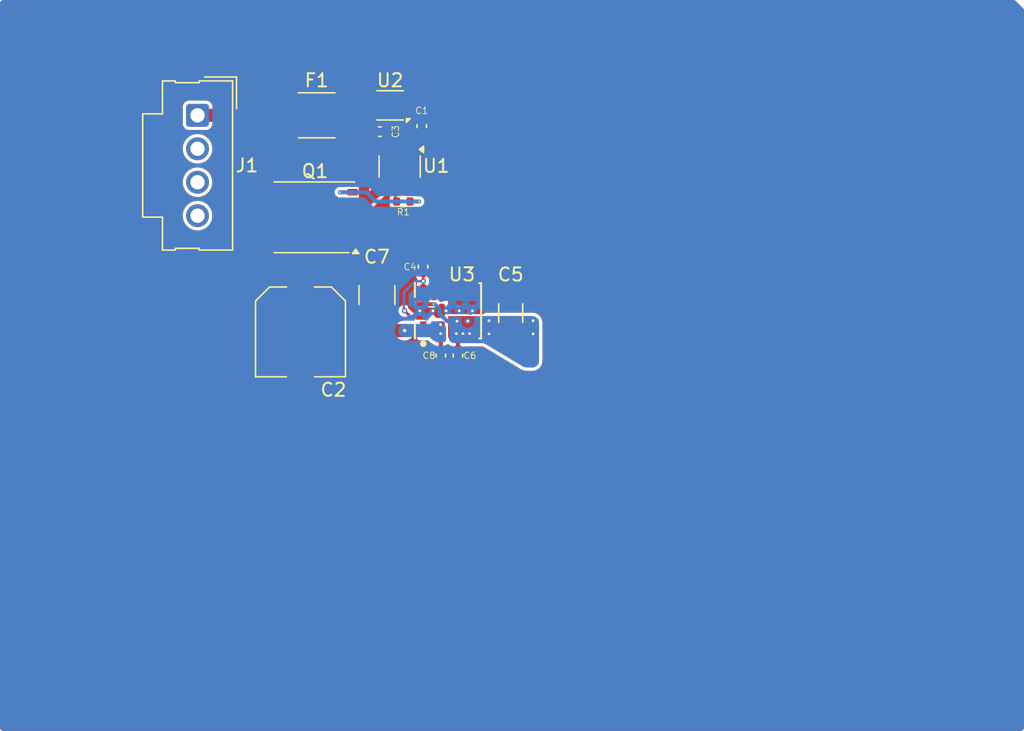
<source format=kicad_pcb>
(kicad_pcb (version 20241229) (generator "pcbnew") (generator_version "9.0")
  (layers (0 "F.Cu" signal) (2 "B.Cu" signal) (13 "F.Paste" user) (15 "B.Paste" user) (5 "F.SilkS" user "F.Silkscreen") (7 "B.SilkS" user "B.Silkscreen") (1 "F.Mask" user) (3 "B.Mask" user) (25 "Edge.Cuts" user))
  (net 0 "")
  (net 1 "+BATT")
  (net 2 "/SCS")
  (net 3 "/H Line")
  (net 4 "/K Line")
  (net 5 "+BATT_FUSED")
  (net 6 "Net-(Q1-G)")
  (net 7 "+12V")
  (net 9 "GND")
  (net 10 "unconnected-(U1-N.C-Pad8)")
  (net 11 "Net-(U1-VCAP)")
  (net 13 "Net-(U1-GATE)")
  (net 14 "Net-(U3-MODE{slash}SYNC)")
  (net 15 "+5V")
  (footprint "Capacitor_SMD:C_0402_1005Metric" (layer "F.Cu") (at 46.1 34.25 90)
    (property "Reference" "C4" (at -0.0075 -0.98 180) (layer "F.SilkS") (effects (font (size 0.5 0.5) (thickness 0.0625))))
    (property "Value" "1uF" (hide yes))
    (fp_line (start -0.107836 -0.36) (end 0.107836 -0.36) (stroke (width 0.12)) (layer "F.SilkS"))
    (fp_line (start -0.107836 0.36) (end 0.107836 0.36) (stroke (width 0.12)) (layer "F.SilkS"))
    (pad "1" smd roundrect (at -0.48 0 90) (size 0.56 0.62) (layers "F.Cu" "F.Mask" "F.Paste") (net 14 "Net-(U3-MODE{slash}SYNC)"))
    (pad "2" smd roundrect (at 0.48 0 90) (size 0.56 0.62) (layers "F.Cu" "F.Mask" "F.Paste") (net 9 "GND"))
  )
  (footprint "TIParts:RDN0011A-MFG" (layer "F.Cu") (at 48.079999 37.6 90)
    (property "Reference" "U3" (at 2.76 0.970001 0) (layer "F.SilkS"))
    (property "Value" "TPSM33620S5QRDNRQ1" (hide yes))
    (fp_line (start 1.05 -2.6) (end 2.100001 -2.6) (stroke (width 0.15)) (layer "F.SilkS"))
    (fp_line (start -2.100001 -2.6) (end -1.05 -2.6) (stroke (width 0.15)) (layer "F.SilkS"))
    (fp_line (start 2.100001 -2.574501) (end 2.100001 -2.6) (stroke (width 0.15)) (layer "F.SilkS"))
    (fp_line (start -2.100001 -2.574501) (end -2.100001 -2.6) (stroke (width 0.15)) (layer "F.SilkS"))
    (fp_line (start 2.100001 2.424999) (end 2.100001 2.274999) (stroke (width 0.15)) (layer "F.SilkS"))
    (fp_line (start -2.100001 2.424999) (end -2.100001 2.274999) (stroke (width 0.15)) (layer "F.SilkS"))
    (fp_line (start -2.100001 2.424999) (end 2.100001 2.424999) (stroke (width 0.15)) (layer "F.SilkS"))
    (fp_circle (center -2.5 -1.962) (end -2.374999 -1.962) (stroke (width 0.25)) (fill no) (layer "F.SilkS"))
    (pad "1" smd rect (at -1.4 -1.962 90) (size 1.2 0.475) (layers "F.Cu"))
    (pad "2" smd rect (at -1.4 -1.15 90) (size 1.2 0.349999) (layers "F.Cu") (net 7 "+12V"))
    (pad "3" thru_hole circle (at -1.729999 -0.650001 90) (size 0.349999 0.349999) (drill 0.2032) (layers "*.Cu" "*.Mask") (net 7 "+12V"))
    (pad "3" smd rect (at -1.4 -0.650001 90) (size 1.2 0.349999) (layers "F.Cu") (net 7 "+12V"))
    (pad "3" thru_hole circle (at -1.05 -0.650001 90) (size 0.349999 0.349999) (drill 0.2032) (layers "*.Cu" "*.Mask") (net 7 "+12V"))
    (pad "4" thru_hole circle (at -1.729999 0.549999 90) (size 0.499999 0.499999) (drill 0.2032) (layers "*.Cu" "*.Mask") (net 15 "+5V"))
    (pad "4" thru_hole circle (at -1.729999 1.05 90) (size 0.499999 0.499999) (drill 0.2032) (layers "*.Cu" "*.Mask") (net 15 "+5V"))
    (pad "4" thru_hole circle (at -1.729999 1.549999 90) (size 0.499999 0.499999) (drill 0.2032) (layers "*.Cu" "*.Mask") (net 15 "+5V"))
    (pad "4" smd rect (at -1.2 1.000001 90) (size 1.599999 2.150001) (layers "F.Cu") (net 15 "+5V"))
    (pad "4" thru_hole circle (at -0.780001 0.589999 90) (size 0.499999 0.499999) (drill 0.2032) (layers "*.Cu" "*.Mask") (net 15 "+5V"))
    (pad "5" smd rect (at 1.2 1.000001 90) (size 1.599999 2.150001) (layers "F.Cu"))
    (pad "6" smd rect (at 1.4 -0.650001 90) (size 1.2 0.349999) (layers "F.Cu"))
    (pad "7" smd rect (at 1.4 -1.15 90) (size 1.2 0.349999) (layers "F.Cu"))
    (pad "8" smd rect (at 1.4 -1.962 90) (size 1.2 0.475) (layers "F.Cu") (net 14 "Net-(U3-MODE{slash}SYNC)"))
    (pad "9" smd rect (at 0.499999 -2.049998 90) (size 0.349999 0.900001) (layers "F.Cu") (net 15 "+5V"))
    (pad "10" thru_hole circle (at 0 -2.230001 90) (size 0.399999 0.399999) (drill 0.2032) (layers "*.Cu" "*.Mask") (net 9 "GND"))
    (pad "10" smd roundrect (at 0 -1.675 90) (size 0.35 1.68) (layers "F.Cu") (net 9 "GND"))
    (pad "10" thru_hole circle (at 0 -1.23 90) (size 0.399999 0.399999) (drill 0.2032) (layers "*.Cu" "*.Mask") (net 9 "GND"))
    (pad "10" thru_hole circle (at 0 -0.23 90) (size 0.499999 0.499999) (drill 0.2032) (layers "*.Cu" "*.Mask") (net 9 "GND"))
    (pad "10" thru_hole circle (at 0 0.770001 90) (size 0.499999 0.499999) (drill 0.2032) (layers "*.Cu" "*.Mask") (net 9 "GND"))
    (pad "10" thru_hole circle (at 0 1.769999 90) (size 0.499999 0.499999) (drill 0.2032) (layers "*.Cu" "*.Mask") (net 9 "GND"))
    (pad "11" smd rect (at -0.499999 -2.049998 90) (size 0.349999 0.900001) (layers "F.Cu") (net 14 "Net-(U3-MODE{slash}SYNC)"))
    (pad "14" thru_hole circle (at -0.780001 1.41 90) (size 0.499999 0.499999) (drill 0.2032) (layers "*.Cu" "*.Mask"))
  )
  (footprint "Capacitor_SMD:C_1210_3225Metric" (layer "F.Cu") (at 42.6 36.4 -90)
    (property "Reference" "C7" (at -2.9 0 180) (layer "F.SilkS"))
    (property "Value" "22uF" (hide yes))
    (fp_line (start -0.711252 1.36) (end 0.711252 1.36) (stroke (width 0.12)) (layer "F.SilkS"))
    (fp_line (start -0.711252 -1.36) (end 0.711252 -1.36) (stroke (width 0.12)) (layer "F.SilkS"))
    (pad "1" smd roundrect (at -1.475 0 270) (size 1.15 2.7) (layers "F.Cu" "F.Mask" "F.Paste") (roundrect_rratio 0.217391) (net 9 "GND"))
    (pad "2" smd roundrect (at 1.475 0 270) (size 1.15 2.7) (layers "F.Cu" "F.Mask" "F.Paste") (roundrect_rratio 0.217391) (net 7 "+12V"))
  )
  (footprint "" (layer "F.Cu") (at 54.45 39.35)
    (property "Reference" "" (at 0 0 0) (layer "F.SilkS") (effects (font (size 1.27 1.27))))
    (property "Value" "")
    (pad "4" thru_hole circle (at 0 0 90) (size 0.499999 0.499999) (drill 0.2032) (layers "*.Cu" "*.Mask") (net 15 "+5V"))
  )
  (footprint "Fuse:Fuse_1812_4532Metric" (layer "F.Cu") (at 38.0265 22.756)
    (property "Reference" "F1" (at 0 -2.65 0) (layer "F.SilkS"))
    (property "Value" "1A")
    (fp_line (start -1.386252 -1.71) (end 1.386252 -1.71) (stroke (width 0.12)) (layer "F.SilkS"))
    (fp_line (start -1.386252 1.71) (end 1.386252 1.71) (stroke (width 0.12)) (layer "F.SilkS"))
    (pad "1" smd roundrect (at -2.1375 0) (size 1.125 3.4) (layers "F.Cu" "F.Mask" "F.Paste") (roundrect_rratio 0.222222) (net 1 "+BATT"))
    (pad "2" smd roundrect (at 2.1375 0) (size 1.125 3.4) (layers "F.Cu" "F.Mask" "F.Paste") (roundrect_rratio 0.222222) (net 5 "+BATT_FUSED"))
  )
  (footprint "Capacitor_SMD:C_Elec_6.3x5.8" (layer "F.Cu") (at 36.8 39.2 -90)
    (property "Reference" "C2" (at 4.4 -2.5 180) (layer "F.SilkS"))
    (property "Value" "220uF" (hide yes))
    (fp_line (start -2.345563 3.41) (end 3.41 3.41) (stroke (width 0.12)) (layer "F.SilkS"))
    (fp_line (start 3.41 3.41) (end 3.41 1.06) (stroke (width 0.12)) (layer "F.SilkS"))
    (fp_line (start -3.41 2.345563) (end -2.345563 3.41) (stroke (width 0.12)) (layer "F.SilkS"))
    (fp_line (start -3.41 2.345563) (end -3.41 1.06) (stroke (width 0.12)) (layer "F.SilkS"))
    (fp_line (start -3.41 -2.345563) (end -3.41 -1.06) (stroke (width 0.12)) (layer "F.SilkS"))
    (fp_line (start -3.41 -2.345563) (end -2.345563 -3.41) (stroke (width 0.12)) (layer "F.SilkS"))
    (fp_line (start -2.345563 -3.41) (end 3.41 -3.41) (stroke (width 0.12)) (layer "F.SilkS"))
    (fp_line (start 3.41 -3.41) (end 3.41 -1.06) (stroke (width 0.12)) (layer "F.SilkS"))
    (pad "1" smd roundrect (at -2.5375 0 270) (size 3.325 1.6) (layers "F.Cu" "F.Mask" "F.Paste") (roundrect_rratio 0.15625) (net 7 "+12V"))
    (pad "2" smd roundrect (at 2.5375 0 270) (size 3.325 1.6) (layers "F.Cu" "F.Mask" "F.Paste") (roundrect_rratio 0.15625) (net 9 "GND"))
  )
  (footprint "Resistor_SMD:R_0402_1005Metric" (layer "F.Cu") (at 44.6 29.3 180)
    (property "Reference" "R1" (at 0 -0.8 0) (layer "F.SilkS") (effects (font (size 0.5 0.5) (thickness 0.0625))))
    (property "Value" "22r" (hide yes))
    (fp_line (start -0.153641 0.38) (end 0.153641 0.38) (stroke (width 0.12)) (layer "F.SilkS"))
    (fp_line (start -0.153641 -0.38) (end 0.153641 -0.38) (stroke (width 0.12)) (layer "F.SilkS"))
    (pad "1" smd roundrect (at -0.51 0 180) (size 0.54 0.64) (layers "F.Cu" "F.Mask" "F.Paste") (net 6 "Net-(Q1-G)"))
    (pad "2" smd roundrect (at 0.51 0 180) (size 0.54 0.64) (layers "F.Cu" "F.Mask" "F.Paste") (net 13 "Net-(U1-GATE)"))
  )
  (footprint "Capacitor_SMD:C_0402_1005Metric" (layer "F.Cu") (at 47.45 41 90)
    (property "Reference" "C8" (at 0 -0.9 180) (layer "F.SilkS") (effects (font (size 0.5 0.5) (thickness 0.0625))))
    (property "Value" "100nF" (hide yes))
    (fp_line (start -0.107836 -0.36) (end 0.107836 -0.36) (stroke (width 0.12)) (layer "F.SilkS"))
    (fp_line (start -0.107836 0.36) (end 0.107836 0.36) (stroke (width 0.12)) (layer "F.SilkS"))
    (pad "1" smd roundrect (at -0.48 0 90) (size 0.56 0.62) (layers "F.Cu" "F.Mask" "F.Paste") (net 9 "GND"))
    (pad "2" smd roundrect (at 0.48 0 90) (size 0.56 0.62) (layers "F.Cu" "F.Mask" "F.Paste") (net 7 "+12V"))
  )
  (footprint "" (layer "F.Cu") (at 51.1 39.35)
    (property "Reference" "" (at 0 0 0) (layer "F.SilkS") (effects (font (size 1.27 1.27))))
    (property "Value" "")
    (pad "4" thru_hole circle (at 0 0 90) (size 0.499999 0.499999) (drill 0.2032) (layers "*.Cu" "*.Mask") (net 15 "+5V"))
  )
  (footprint "" (layer "F.Cu") (at 54.45 38.35)
    (property "Reference" "" (at 0 0 0) (layer "F.SilkS") (effects (font (size 1.27 1.27))))
    (property "Value" "")
    (pad "4" thru_hole circle (at 0 0 90) (size 0.499999 0.499999) (drill 0.2032) (layers "*.Cu" "*.Mask") (net 15 "+5V"))
  )
  (footprint "Package_TO_SOT_SMD:TDSON-8-1" (layer "F.Cu") (at 37.8525 30.5 180)
    (property "Reference" "Q1" (at -0.0475 3.5 180) (layer "F.SilkS"))
    (property "Value" "CSD18540Q5B" (hide yes))
    (fp_line (start 3.06 2.685) (end -3.06 2.685) (stroke (width 0.12)) (layer "F.SilkS"))
    (fp_line (start 3.06 -2.685) (end -2.62 -2.685) (stroke (width 0.12)) (layer "F.SilkS"))
    (fp_poly (pts (xy -3.131622 -2.42027) (xy -3.371622 -2.75027) (xy -2.891622 -2.75027) (xy -3.131622 -2.42027)) (stroke (width 0.12)) (fill yes) (layer "F.SilkS"))
    (pad "1" smd roundrect (at -2.9 -1.905 180) (size 0.85 0.5) (layers "F.Cu" "F.Mask" "F.Paste") (net 5 "+BATT_FUSED"))
    (pad "2" smd roundrect (at -2.9 -0.635 180) (size 0.85 0.5) (layers "F.Cu" "F.Mask" "F.Paste") (net 5 "+BATT_FUSED"))
    (pad "3" smd roundrect (at -2.9 0.635 180) (size 0.85 0.5) (layers "F.Cu" "F.Mask" "F.Paste") (net 5 "+BATT_FUSED"))
    (pad "4" smd roundrect (at -2.9 1.905 180) (size 0.85 0.5) (layers "F.Cu" "F.Mask" "F.Paste") (net 6 "Net-(Q1-G)"))
    (pad "5" smd rect (at 1.05 0 180) (size 4.55 4.41) (layers "F.Cu") (net 7 "+12V"))
  )
  (footprint "Capacitor_SMD:C_1206_3216Metric" (layer "F.Cu") (at 52.75 37.775 -90)
    (property "Reference" "C5" (at -2.925 0 180) (layer "F.SilkS"))
    (property "Value" "47uF" (hide yes))
    (fp_line (start -0.711252 0.91) (end 0.711252 0.91) (stroke (width 0.12)) (layer "F.SilkS"))
    (fp_line (start -0.711252 -0.91) (end 0.711252 -0.91) (stroke (width 0.12)) (layer "F.SilkS"))
    (pad "1" smd roundrect (at -1.475 0 270) (size 1.15 1.8) (layers "F.Cu" "F.Mask" "F.Paste") (roundrect_rratio 0.217391) (net 9 "GND"))
    (pad "2" smd roundrect (at 1.475 0 270) (size 1.15 1.8) (layers "F.Cu" "F.Mask" "F.Paste") (roundrect_rratio 0.217391) (net 15 "+5V"))
  )
  (footprint "Capacitor_SMD:C_0402_1005Metric" (layer "F.Cu") (at 42.82 24)
    (property "Reference" "C3" (at 1.2 0 90) (layer "F.SilkS") (effects (font (size 0.5 0.5) (thickness 0.0625))))
    (property "Value" "220nF" (hide yes))
    (fp_line (start -0.107836 -0.36) (end 0.107836 -0.36) (stroke (width 0.12)) (layer "F.SilkS"))
    (fp_line (start -0.107836 0.36) (end 0.107836 0.36) (stroke (width 0.12)) (layer "F.SilkS"))
    (pad "1" smd roundrect (at -0.48 0) (size 0.56 0.62) (layers "F.Cu" "F.Mask" "F.Paste") (net 5 "+BATT_FUSED"))
    (pad "2" smd roundrect (at 0.48 0) (size 0.56 0.62) (layers "F.Cu" "F.Mask" "F.Paste") (net 11 "Net-(U1-VCAP)"))
  )
  (footprint "Package_TO_SOT_SMD:SOT-23-8" (layer "F.Cu") (at 44.325 26.6425 -90)
    (property "Reference" "U1" (at -0.0425 -2.775 180) (layer "F.SilkS"))
    (property "Value" "LM74500-Q1" (hide yes))
    (fp_line (start 0 1.56) (end -0.8 1.56) (stroke (width 0.12)) (layer "F.SilkS"))
    (fp_line (start 0 1.56) (end 0.8 1.56) (stroke (width 0.12)) (layer "F.SilkS"))
    (fp_line (start 0 -1.56) (end -0.8 -1.56) (stroke (width 0.12)) (layer "F.SilkS"))
    (fp_line (start 0 -1.56) (end 0.8 -1.56) (stroke (width 0.12)) (layer "F.SilkS"))
    (fp_poly (pts (xy -1.3 -1.485) (xy -1.54 -1.815) (xy -1.06 -1.815) (xy -1.3 -1.485)) (stroke (width 0.12)) (fill yes) (layer "F.SilkS"))
    (pad "1" smd roundrect (at -1.1375 -0.975 270) (size 1.325 0.5) (layers "F.Cu" "F.Mask" "F.Paste") (net 5 "+BATT_FUSED"))
    (pad "2" smd roundrect (at -1.1375 -0.325 270) (size 1.325 0.5) (layers "F.Cu" "F.Mask" "F.Paste") (net 9 "GND"))
    (pad "3" smd roundrect (at -1.1375 0.325 270) (size 1.325 0.5) (layers "F.Cu" "F.Mask" "F.Paste"))
    (pad "4" smd roundrect (at -1.1375 0.975 270) (size 1.325 0.5) (layers "F.Cu" "F.Mask" "F.Paste") (net 11 "Net-(U1-VCAP)"))
    (pad "5" smd roundrect (at 1.1375 0.975 270) (size 1.325 0.5) (layers "F.Cu" "F.Mask" "F.Paste") (net 5 "+BATT_FUSED"))
    (pad "6" smd roundrect (at 1.1375 0.325 270) (size 1.325 0.5) (layers "F.Cu" "F.Mask" "F.Paste") (net 13 "Net-(U1-GATE)"))
    (pad "7" smd roundrect (at 1.1375 -0.325 270) (size 1.325 0.5) (layers "F.Cu" "F.Mask" "F.Paste"))
    (pad "8" smd roundrect (at 1.1375 -0.975 270) (size 1.325 0.5) (layers "F.Cu" "F.Mask" "F.Paste") (net 10 "unconnected-(U1-N.C-Pad8)"))
  )
  (footprint "Capacitor_SMD:C_0402_1005Metric" (layer "F.Cu") (at 48.75 41 90)
    (property "Reference" "C6" (at 0 0.9 180) (layer "F.SilkS") (effects (font (size 0.5 0.5) (thickness 0.0625))))
    (property "Value" "100nF" (hide yes))
    (fp_line (start -0.107836 -0.36) (end 0.107836 -0.36) (stroke (width 0.12)) (layer "F.SilkS"))
    (fp_line (start -0.107836 0.36) (end 0.107836 0.36) (stroke (width 0.12)) (layer "F.SilkS"))
    (pad "1" smd roundrect (at -0.48 0 90) (size 0.56 0.62) (layers "F.Cu" "F.Mask" "F.Paste") (net 9 "GND"))
    (pad "2" smd roundrect (at 0.48 0 90) (size 0.56 0.62) (layers "F.Cu" "F.Mask" "F.Paste") (net 15 "+5V"))
  )
  (footprint "Capacitor_SMD:C_0402_1005Metric" (layer "F.Cu") (at 46 23.58 90)
    (property "Reference" "C1" (at 1.18 0 180) (layer "F.SilkS") (effects (font (size 0.5 0.5) (thickness 0.0625))))
    (property "Value" "100nF" (hide yes))
    (fp_line (start -0.107836 -0.36) (end 0.107836 -0.36) (stroke (width 0.12)) (layer "F.SilkS"))
    (fp_line (start -0.107836 0.36) (end 0.107836 0.36) (stroke (width 0.12)) (layer "F.SilkS"))
    (pad "1" smd roundrect (at -0.48 0 90) (size 0.56 0.62) (layers "F.Cu" "F.Mask" "F.Paste") (net 5 "+BATT_FUSED"))
    (pad "2" smd roundrect (at 0.48 0 90) (size 0.56 0.62) (layers "F.Cu" "F.Mask" "F.Paste") (net 9 "GND"))
  )
  (footprint "" (layer "F.Cu") (at 51.1 38.35)
    (property "Reference" "" (at 0 0 0) (layer "F.SilkS") (effects (font (size 1.27 1.27))))
    (property "Value" "")
    (pad "4" thru_hole circle (at 0 0 90) (size 0.499999 0.499999) (drill 0.2032) (layers "*.Cu" "*.Mask") (net 15 "+5V"))
  )
  (footprint "Connector_Molex:Molex_SL_171971-0004_1x04_P2.54mm_Vertical" (layer "F.Cu") (at 28.988 22.756 -90)
    (property "Reference" "J1" (at 3.81 -3.75 180) (layer "F.SilkS"))
    (property "Value" "OBD2")
    (fp_line (start -0.11 4.16) (end 7.73 4.16) (stroke (width 0.12)) (layer "F.SilkS"))
    (fp_line (start 7.73 4.16) (end 7.73 2.66) (stroke (width 0.12)) (layer "F.SilkS"))
    (fp_line (start -2.61 2.66) (end -0.11 2.66) (stroke (width 0.12)) (layer "F.SilkS"))
    (fp_line (start -0.11 2.66) (end -0.11 4.16) (stroke (width 0.12)) (layer "F.SilkS"))
    (fp_line (start 7.73 2.66) (end 10.23 2.66) (stroke (width 0.12)) (layer "F.SilkS"))
    (fp_line (start 10.23 2.66) (end 10.23 1.68) (stroke (width 0.12)) (layer "F.SilkS"))
    (fp_line (start -2.61 1.68) (end -2.61 2.66) (stroke (width 0.12)) (layer "F.SilkS"))
    (fp_line (start -2.48 1.68) (end -2.61 1.68) (stroke (width 0.12)) (layer "F.SilkS"))
    (fp_line (start 10.1 1.68) (end 10.1 -0.13) (stroke (width 0.12)) (layer "F.SilkS"))
    (fp_line (start 10.23 1.68) (end 10.1 1.68) (stroke (width 0.12)) (layer "F.SilkS"))
    (fp_line (start -2.61 -0.13) (end -2.48 -0.13) (stroke (width 0.12)) (layer "F.SilkS"))
    (fp_line (start -2.48 -0.13) (end -2.48 1.68) (stroke (width 0.12)) (layer "F.SilkS"))
    (fp_line (start 10.1 -0.13) (end 10.23 -0.13) (stroke (width 0.12)) (layer "F.SilkS"))
    (fp_line (start 10.23 -0.13) (end 10.23 -2.66) (stroke (width 0.12)) (layer "F.SilkS"))
    (fp_line (start -2.91 -0.55) (end -2.91 -2.96) (stroke (width 0.12)) (layer "F.SilkS"))
    (fp_line (start -2.61 -2.66) (end -2.61 -0.13) (stroke (width 0.12)) (layer "F.SilkS"))
    (fp_line (start 10.23 -2.66) (end -2.61 -2.66) (stroke (width 0.12)) (layer "F.SilkS"))
    (fp_line (start -2.91 -2.96) (end -0.5 -2.96) (stroke (width 0.12)) (layer "F.SilkS"))
    (pad "1" thru_hole roundrect (at 0 0 270) (size 1.74 1.74) (drill 1.09) (layers "*.Cu" "*.Mask") (roundrect_rratio 0.143678) (net 1 "+BATT"))
    (pad "2" thru_hole circle (at 2.54 0 270) (size 1.74 1.74) (drill 1.09) (layers "*.Cu" "*.Mask") (net 4 "/K Line"))
    (pad "3" thru_hole circle (at 5.08 0 270) (size 1.74 1.74) (drill 1.09) (layers "*.Cu" "*.Mask") (net 3 "/H Line"))
    (pad "4" thru_hole circle (at 7.62 0 270) (size 1.74 1.74) (drill 1.09) (layers "*.Cu" "*.Mask") (net 2 "/SCS"))
  )
  (footprint "Package_SON:WSON-6-1EP_2x2mm_P0.65mm_EP1x1.6mm" (layer "F.Cu") (at 43.6 22 180)
    (property "Reference" "U2" (at 0 1.9 0) (layer "F.SilkS"))
    (property "Value" "TVS2700DRV" (hide yes))
    (fp_line (start -1 1.11) (end 1 1.11) (stroke (width 0.12)) (layer "F.SilkS"))
    (fp_line (start -1 -1.11) (end 1 -1.11) (stroke (width 0.12)) (layer "F.SilkS"))
    (fp_poly (pts (xy -1.24 -1.01) (xy -1.52 -1.01) (xy -1.24 -1.29) (xy -1.24 -1.01)) (stroke (width 0.12)) (fill yes) (layer "F.SilkS"))
    (pad "1" smd roundrect (at -0.8875 -0.65 180) (size 0.375 0.4) (layers "F.Cu" "F.Mask" "F.Paste") (net 9 "GND"))
    (pad "2" smd roundrect (at -0.8875 0 180) (size 0.375 0.4) (layers "F.Cu" "F.Mask" "F.Paste") (net 9 "GND"))
    (pad "3" smd roundrect (at -0.8875 0.65 180) (size 0.375 0.4) (layers "F.Cu" "F.Mask" "F.Paste") (net 9 "GND"))
    (pad "4" smd roundrect (at 0.8875 0.65 180) (size 0.375 0.4) (layers "F.Cu" "F.Mask" "F.Paste") (net 5 "+BATT_FUSED"))
    (pad "5" smd roundrect (at 0.8875 0 180) (size 0.375 0.4) (layers "F.Cu" "F.Mask" "F.Paste") (net 5 "+BATT_FUSED"))
    (pad "6" smd roundrect (at 0.8875 -0.65 180) (size 0.375 0.4) (layers "F.Cu" "F.Mask" "F.Paste") (net 5 "+BATT_FUSED"))
    (pad "7" smd rect (at 0 0 180) (size 1 1.6) (property pad_prop_heatsink) (layers "F.Cu" "F.Mask") (net 9 "GND"))
  )
  (segment (start 28.988 22.756) (end 35.889 22.756) (width 1) (layer "F.Cu") (net 1))
  (segment (start 45.3 26.33555) (end 45.01705 26.6185) (width 0.3) (layer "F.Cu") (net 5))
  (segment (start 45.01705 26.6185) (end 43.82237 26.6185) (width 0.3) (layer "F.Cu") (net 5))
  (segment (start 41.6285 29.5015) (end 41.265 29.865) (width 0.8) (layer "F.Cu") (net 5))
  (segment (start 40.7525 32.405) (end 40.7525 29.865) (width 0.8) (layer "F.Cu") (net 5))
  (segment (start 40.7525 29.865) (end 41.265 29.865) (width 0.8) (layer "F.Cu") (net 5))
  (segment (start 41.6 26.229682) (end 41.6285 26.258182) (width 0.2) (layer "F.Cu") (net 5))
  (segment (start 40.164 24.793682) (end 41.6285 26.258182) (width 0.8) (layer "F.Cu") (net 5))
  (segment (start 40.164 22.756) (end 40.164 24.793682) (width 0.8) (layer "F.Cu") (net 5))
  (segment (start 42.093 22.007) (end 42.1 22) (width 0.8) (layer "F.Cu") (net 5))
  (segment (start 42.1 22) (end 42.649 22.549) (width 0.5) (layer "F.Cu") (net 5))
  (segment (start 45.3 25.505) (end 45.3 24.76) (width 0.3) (layer "F.Cu") (net 5))
  (segment (start 40.164 22.756) (end 40.913 22.007) (width 0.5) (layer "F.Cu") (net 5))
  (segment (start 42.34 24) (end 42.34 25.546682) (width 0.3) (layer "F.Cu") (net 5))
  (segment (start 40.913 22.007) (end 42.093 22.007) (width 0.8) (layer "F.Cu") (net 5))
  (segment (start 45.3 25.505) (end 45.3 26.33555) (width 0.3) (layer "F.Cu") (net 5))
  (segment (start 43.149 27.981) (end 43.149 27.78) (width 0.8) (layer "F.Cu") (net 5))
  (segment (start 42.649 22.549) (end 42.649 22.65) (width 0.5) (layer "F.Cu") (net 5))
  (segment (start 41.6285 26.258182) (end 41.6285 29.5015) (width 0.8) (layer "F.Cu") (net 5))
  (segment (start 41.6285 29.5015) (end 43.149 27.981) (width 0.8) (layer "F.Cu") (net 5))
  (segment (start 42.34 25.546682) (end 41.6285 26.258182) (width 0.3) (layer "F.Cu") (net 5))
  (segment (start 45.3 24.76) (end 46 24.06) (width 0.3) (layer "F.Cu") (net 5))
  (segment (start 42.1 22) (end 42.649 22) (width 0.5) (layer "F.Cu") (net 5))
  (segment (start 42.1 22) (end 42.649 21.451) (width 0.5) (layer "F.Cu") (net 5))
  (segment (start 42.649 21.451) (end 42.649 21.35) (width 0.5) (layer "F.Cu") (net 5))
  (segment (start 43.82237 26.6185) (end 43.35 27.09087) (width 0.3) (layer "F.Cu") (net 5))
  (segment (start 42.649 22) (end 42.6745 22.0255) (width 0.5) (layer "F.Cu") (net 5))
  (segment (start 43.35 27.09087) (end 43.35 27.78) (width 0.3) (layer "F.Cu") (net 5))
  (segment (start 39.805 28.595) (end 39.8 28.6) (width 0.2) (layer "F.Cu") (net 6))
  (segment (start 45.11 29.3) (end 45.8 29.3) (width 0.3) (layer "F.Cu") (net 6))
  (segment (start 40.7575 28.6) (end 40.7525 28.595) (width 0.2) (layer "F.Cu") (net 6))
  (segment (start 40.7525 28.595) (end 39.805 28.595) (width 0.3) (layer "F.Cu") (net 6))
  (via (at 45.8 29.3) (size 0.2) (drill 0.1) (layers "F.Cu" "B.Cu") (net 6))
  (via (at 39.8 28.6) (size 0.3) (drill 0.1) (layers "F.Cu" "B.Cu") (net 6))
  (segment (start 39.8 28.6) (end 41.8 28.6) (width 0.3) (layer "B.Cu") (net 6))
  (segment (start 41.8 28.6) (end 42.5 29.3) (width 0.3) (layer "B.Cu") (net 6))
  (segment (start 42.5 29.3) (end 45.8 29.3) (width 0.3) (layer "B.Cu") (net 6))
  (segment (start 36.8025 36.66) (end 36.8 36.6625) (width 1) (layer "F.Cu") (net 7))
  (segment (start 47.45 39.020002) (end 47.429998 39) (width 0.5) (layer "F.Cu") (net 7))
  (segment (start 44.7 39.1) (end 42.8 39.1) (width 1) (layer "F.Cu") (net 7))
  (segment (start 42.8 39.1) (end 42.6 38.9) (width 1) (layer "F.Cu") (net 7))
  (segment (start 39.2375 39.1) (end 42.8 39.1) (width 1) (layer "F.Cu") (net 7))
  (segment (start 42.6 38.9) (end 42.6 37.875) (width 1) (layer "F.Cu") (net 7))
  (segment (start 47.45 40.52) (end 47.45 39.020002) (width 0.3) (layer "F.Cu") (net 7))
  (segment (start 36.8025 30.5) (end 36.8025 36.66) (width 1) (layer "F.Cu") (net 7))
  (segment (start 36.8 36.6625) (end 39.2375 39.1) (width 1) (layer "F.Cu") (net 7))
  (via (at 44.7 39.1) (size 0.5) (drill 0.25) (layers "F.Cu" "B.Cu") (net 7))
  (segment (start 44.7 39.1) (end 47.2 39.1) (width 1) (layer "B.Cu") (net 7))
  (segment (start 45.849998 37.6) (end 49.849998 37.6) (width 0.5) (layer "F.Cu") (net 9))
  (segment (start 45.403001 37.6) (end 45.1 37.296999) (width 0.3) (layer "F.Cu") (net 9))
  (segment (start 50.6 37.6) (end 51 37.2) (width 0.5) (layer "F.Cu") (net 9))
  (segment (start 45.1 37.296999) (end 45.1 37.1) (width 0.3) (layer "F.Cu") (net 9))
  (segment (start 46.404999 37.6) (end 45.403001 37.6) (width 0.3) (layer "F.Cu") (net 9))
  (segment (start 49.849998 37.6) (end 50.6 37.6) (width 0.5) (layer "F.Cu") (net 9))
  (segment (start 45.225 27.825) (end 45.3 27.9) (width 0.3) (layer "F.Cu") (net 10))
  (segment (start 43.3 25.455) (end 43.35 25.505) (width 0.3) (layer "F.Cu") (net 11))
  (segment (start 43.3 24) (end 43.3 25.455) (width 0.3) (layer "F.Cu") (net 11))
  (segment (start 44 29.22) (end 44 27.78) (width 0.2) (layer "F.Cu") (net 13))
  (segment (start 46.030001 38.099999) (end 45.199999 38.099999) (width 0.2) (layer "F.Cu") (net 14))
  (segment (start 46.117999 36.2) (end 46.117999 35.35) (width 0.2) (layer "F.Cu") (net 14))
  (segment (start 45.199999 38.099999) (end 44.7 37.6) (width 0.2) (layer "F.Cu") (net 14))
  (segment (start 46.117999 34.865999) (end 46.1 34.848) (width 0.2) (layer "F.Cu") (net 14))
  (segment (start 46.117999 35.35) (end 46.117999 34.865999) (width 0.2) (layer "F.Cu") (net 14))
  (via (at 46.117999 35.35) (size 0.4) (drill 0.2) (layers "F.Cu" "B.Cu") (net 14))
  (via (at 44.7 37.6) (size 0.4) (drill 0.2) (layers "F.Cu" "B.Cu") (net 14))
  (segment (start 44.65 36.2) (end 45.5 35.35) (width 0.2) (layer "B.Cu") (net 14))
  (segment (start 44.65 37.55) (end 44.65 36.2) (width 0.2) (layer "B.Cu") (net 14))
  (segment (start 46.117999 35.35) (end 46.066482 35.298483) (width 0.2) (layer "B.Cu") (net 14))
  (segment (start 44.7 37.6) (end 44.65 37.55) (width 0.2) (layer "B.Cu") (net 14))
  (segment (start 46.117999 35.35) (end 45.5 35.35) (width 0.2) (layer "B.Cu") (net 14))
  (segment (start 46.030001 37.100001) (end 46.9 37.1) (width 0.3) (layer "F.Cu") (net 15))
  (segment (start 48.75 40.52) (end 48.75 39.8) (width 0.3) (layer "F.Cu") (net 15))
  (via (at 46.9 37.1) (size 0.2) (drill 0.1) (layers "F.Cu" "B.Cu") (net 15))
  (segment (start 47.349 37.807521) (end 47.92148 38.380001) (width 0.3) (layer "B.Cu") (net 15))
  (segment (start 48.463998 38.174001) (end 48.669998 38.380001) (width 0.2) (layer "B.Cu") (net 15))
  (segment (start 47 37.1) (end 47.349 37.449) (width 0.3) (layer "B.Cu") (net 15))
  (segment (start 47.92148 38.380001) (end 48.669998 38.380001) (width 0.3) (layer "B.Cu") (net 15))
  (segment (start 47.349 37.449) (end 47.349 37.807521) (width 0.3) (layer "B.Cu") (net 15))
  (segment (start 46.9 37.1) (end 47 37.1) (width 0.3) (layer "B.Cu") (net 15))
  (zone (net 15) (net_name "+5V") (layers "F.Cu" "B.Cu") (name "5V") (priority 5) (connect_pads yes (clearance 0.25)) (min_thickness 0.1) (fill yes (thermal_gap 0.25) (thermal_bridge_width 0.4) (smoothing fillet) (radius 0.5))
    (polygon (pts (xy 48 38) (xy 53.35 38) (xy 54.9 38) (xy 54.9 41.9) (xy 53.8 41.9) (xy 50.716667 40.05) (xy 48 40.05)))
  )
  (zone (net 7) (net_name "+12V") (layers "F.Cu" "B.Cu") (name "12V") (priority 6) (connect_pads yes (clearance 0.25)) (min_thickness 0.25) (fill yes (thermal_gap 0.5) (thermal_bridge_width 0.5) (smoothing fillet) (radius 0.25))
    (polygon (pts (xy 46.65 38.4) (xy 46.65 39.7) (xy 47.15 40) (xy 47.85 40) (xy 47.85 38.4) (xy 47.25 38.4) (xy 47.85 38.4)))
  )
  (zone (net 9) (net_name "GND") (layers "F.Cu" "B.Cu") (name "GND") (connect_pads (clearance 0.25)) (min_thickness 0.25) (fill yes (thermal_gap 0.5) (thermal_bridge_width 0.5) (smoothing fillet) (radius 0.25))
    (polygon (pts (xy 14 14) (xy 91 14) (xy 91.7 14.7) (xy 91.7 69.5) (xy 14 69.5)))
  )
)
</source>
